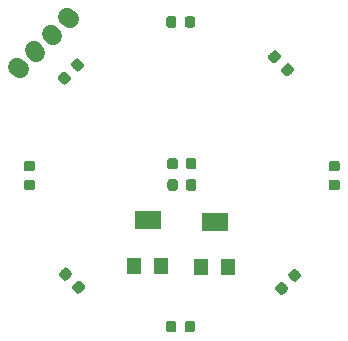
<source format=gbp>
G04 #@! TF.GenerationSoftware,KiCad,Pcbnew,(5.1.2)-1*
G04 #@! TF.CreationDate,2021-01-06T23:16:40+09:00*
G04 #@! TF.ProjectId,ssl,73736c2e-6b69-4636-9164-5f7063625858,v1.3*
G04 #@! TF.SameCoordinates,Original*
G04 #@! TF.FileFunction,Paste,Bot*
G04 #@! TF.FilePolarity,Positive*
%FSLAX46Y46*%
G04 Gerber Fmt 4.6, Leading zero omitted, Abs format (unit mm)*
G04 Created by KiCad (PCBNEW (5.1.2)-1) date 2021-01-06 23:16:40*
%MOMM*%
%LPD*%
G04 APERTURE LIST*
%ADD10R,1.297940X1.399540*%
%ADD11R,2.298700X1.498600*%
%ADD12C,1.524000*%
%ADD13C,1.524000*%
%ADD14C,0.100000*%
%ADD15C,0.875000*%
G04 APERTURE END LIST*
D10*
X98348080Y-107649780D03*
D11*
X97200000Y-103801680D03*
D10*
X96051920Y-107649780D03*
D12*
X90514241Y-86685759D03*
D13*
X90416660Y-86588178D02*
X90611822Y-86783340D01*
D12*
X89100027Y-88099973D03*
D13*
X89002446Y-88002392D02*
X89197608Y-88197554D01*
D12*
X87685814Y-89514186D03*
D13*
X87588233Y-89416605D02*
X87783395Y-89611767D01*
D12*
X86271600Y-90928400D03*
D13*
X86174019Y-90830819D02*
X86369181Y-91025981D01*
D14*
G36*
X90138077Y-91203274D02*
G01*
X90159312Y-91206424D01*
X90180136Y-91211640D01*
X90200348Y-91218872D01*
X90219754Y-91228051D01*
X90238167Y-91239087D01*
X90255410Y-91251875D01*
X90271316Y-91266291D01*
X90633709Y-91628684D01*
X90648125Y-91644590D01*
X90660913Y-91661833D01*
X90671949Y-91680246D01*
X90681128Y-91699652D01*
X90688360Y-91719864D01*
X90693576Y-91740688D01*
X90696726Y-91761923D01*
X90697779Y-91783364D01*
X90696726Y-91804805D01*
X90693576Y-91826040D01*
X90688360Y-91846864D01*
X90681128Y-91867076D01*
X90671949Y-91886482D01*
X90660913Y-91904895D01*
X90648125Y-91922138D01*
X90633709Y-91938044D01*
X90324350Y-92247403D01*
X90308444Y-92261819D01*
X90291201Y-92274607D01*
X90272788Y-92285643D01*
X90253382Y-92294822D01*
X90233170Y-92302054D01*
X90212346Y-92307270D01*
X90191111Y-92310420D01*
X90169670Y-92311473D01*
X90148229Y-92310420D01*
X90126994Y-92307270D01*
X90106170Y-92302054D01*
X90085958Y-92294822D01*
X90066552Y-92285643D01*
X90048139Y-92274607D01*
X90030896Y-92261819D01*
X90014990Y-92247403D01*
X89652597Y-91885010D01*
X89638181Y-91869104D01*
X89625393Y-91851861D01*
X89614357Y-91833448D01*
X89605178Y-91814042D01*
X89597946Y-91793830D01*
X89592730Y-91773006D01*
X89589580Y-91751771D01*
X89588527Y-91730330D01*
X89589580Y-91708889D01*
X89592730Y-91687654D01*
X89597946Y-91666830D01*
X89605178Y-91646618D01*
X89614357Y-91627212D01*
X89625393Y-91608799D01*
X89638181Y-91591556D01*
X89652597Y-91575650D01*
X89961956Y-91266291D01*
X89977862Y-91251875D01*
X89995105Y-91239087D01*
X90013518Y-91228051D01*
X90032924Y-91218872D01*
X90053136Y-91211640D01*
X90073960Y-91206424D01*
X90095195Y-91203274D01*
X90116636Y-91202221D01*
X90138077Y-91203274D01*
X90138077Y-91203274D01*
G37*
D15*
X90143153Y-91756847D03*
D14*
G36*
X91251771Y-90089580D02*
G01*
X91273006Y-90092730D01*
X91293830Y-90097946D01*
X91314042Y-90105178D01*
X91333448Y-90114357D01*
X91351861Y-90125393D01*
X91369104Y-90138181D01*
X91385010Y-90152597D01*
X91747403Y-90514990D01*
X91761819Y-90530896D01*
X91774607Y-90548139D01*
X91785643Y-90566552D01*
X91794822Y-90585958D01*
X91802054Y-90606170D01*
X91807270Y-90626994D01*
X91810420Y-90648229D01*
X91811473Y-90669670D01*
X91810420Y-90691111D01*
X91807270Y-90712346D01*
X91802054Y-90733170D01*
X91794822Y-90753382D01*
X91785643Y-90772788D01*
X91774607Y-90791201D01*
X91761819Y-90808444D01*
X91747403Y-90824350D01*
X91438044Y-91133709D01*
X91422138Y-91148125D01*
X91404895Y-91160913D01*
X91386482Y-91171949D01*
X91367076Y-91181128D01*
X91346864Y-91188360D01*
X91326040Y-91193576D01*
X91304805Y-91196726D01*
X91283364Y-91197779D01*
X91261923Y-91196726D01*
X91240688Y-91193576D01*
X91219864Y-91188360D01*
X91199652Y-91181128D01*
X91180246Y-91171949D01*
X91161833Y-91160913D01*
X91144590Y-91148125D01*
X91128684Y-91133709D01*
X90766291Y-90771316D01*
X90751875Y-90755410D01*
X90739087Y-90738167D01*
X90728051Y-90719754D01*
X90718872Y-90700348D01*
X90711640Y-90680136D01*
X90706424Y-90659312D01*
X90703274Y-90638077D01*
X90702221Y-90616636D01*
X90703274Y-90595195D01*
X90706424Y-90573960D01*
X90711640Y-90553136D01*
X90718872Y-90532924D01*
X90728051Y-90513518D01*
X90739087Y-90495105D01*
X90751875Y-90477862D01*
X90766291Y-90461956D01*
X91075650Y-90152597D01*
X91091556Y-90138181D01*
X91108799Y-90125393D01*
X91127212Y-90114357D01*
X91146618Y-90105178D01*
X91166830Y-90097946D01*
X91187654Y-90092730D01*
X91208889Y-90089580D01*
X91230330Y-90088527D01*
X91251771Y-90089580D01*
X91251771Y-90089580D01*
G37*
D15*
X91256847Y-90643153D03*
D14*
G36*
X87477691Y-100351053D02*
G01*
X87498926Y-100354203D01*
X87519750Y-100359419D01*
X87539962Y-100366651D01*
X87559368Y-100375830D01*
X87577781Y-100386866D01*
X87595024Y-100399654D01*
X87610930Y-100414070D01*
X87625346Y-100429976D01*
X87638134Y-100447219D01*
X87649170Y-100465632D01*
X87658349Y-100485038D01*
X87665581Y-100505250D01*
X87670797Y-100526074D01*
X87673947Y-100547309D01*
X87675000Y-100568750D01*
X87675000Y-101006250D01*
X87673947Y-101027691D01*
X87670797Y-101048926D01*
X87665581Y-101069750D01*
X87658349Y-101089962D01*
X87649170Y-101109368D01*
X87638134Y-101127781D01*
X87625346Y-101145024D01*
X87610930Y-101160930D01*
X87595024Y-101175346D01*
X87577781Y-101188134D01*
X87559368Y-101199170D01*
X87539962Y-101208349D01*
X87519750Y-101215581D01*
X87498926Y-101220797D01*
X87477691Y-101223947D01*
X87456250Y-101225000D01*
X86943750Y-101225000D01*
X86922309Y-101223947D01*
X86901074Y-101220797D01*
X86880250Y-101215581D01*
X86860038Y-101208349D01*
X86840632Y-101199170D01*
X86822219Y-101188134D01*
X86804976Y-101175346D01*
X86789070Y-101160930D01*
X86774654Y-101145024D01*
X86761866Y-101127781D01*
X86750830Y-101109368D01*
X86741651Y-101089962D01*
X86734419Y-101069750D01*
X86729203Y-101048926D01*
X86726053Y-101027691D01*
X86725000Y-101006250D01*
X86725000Y-100568750D01*
X86726053Y-100547309D01*
X86729203Y-100526074D01*
X86734419Y-100505250D01*
X86741651Y-100485038D01*
X86750830Y-100465632D01*
X86761866Y-100447219D01*
X86774654Y-100429976D01*
X86789070Y-100414070D01*
X86804976Y-100399654D01*
X86822219Y-100386866D01*
X86840632Y-100375830D01*
X86860038Y-100366651D01*
X86880250Y-100359419D01*
X86901074Y-100354203D01*
X86922309Y-100351053D01*
X86943750Y-100350000D01*
X87456250Y-100350000D01*
X87477691Y-100351053D01*
X87477691Y-100351053D01*
G37*
D15*
X87200000Y-100787500D03*
D14*
G36*
X87477691Y-98776053D02*
G01*
X87498926Y-98779203D01*
X87519750Y-98784419D01*
X87539962Y-98791651D01*
X87559368Y-98800830D01*
X87577781Y-98811866D01*
X87595024Y-98824654D01*
X87610930Y-98839070D01*
X87625346Y-98854976D01*
X87638134Y-98872219D01*
X87649170Y-98890632D01*
X87658349Y-98910038D01*
X87665581Y-98930250D01*
X87670797Y-98951074D01*
X87673947Y-98972309D01*
X87675000Y-98993750D01*
X87675000Y-99431250D01*
X87673947Y-99452691D01*
X87670797Y-99473926D01*
X87665581Y-99494750D01*
X87658349Y-99514962D01*
X87649170Y-99534368D01*
X87638134Y-99552781D01*
X87625346Y-99570024D01*
X87610930Y-99585930D01*
X87595024Y-99600346D01*
X87577781Y-99613134D01*
X87559368Y-99624170D01*
X87539962Y-99633349D01*
X87519750Y-99640581D01*
X87498926Y-99645797D01*
X87477691Y-99648947D01*
X87456250Y-99650000D01*
X86943750Y-99650000D01*
X86922309Y-99648947D01*
X86901074Y-99645797D01*
X86880250Y-99640581D01*
X86860038Y-99633349D01*
X86840632Y-99624170D01*
X86822219Y-99613134D01*
X86804976Y-99600346D01*
X86789070Y-99585930D01*
X86774654Y-99570024D01*
X86761866Y-99552781D01*
X86750830Y-99534368D01*
X86741651Y-99514962D01*
X86734419Y-99494750D01*
X86729203Y-99473926D01*
X86726053Y-99452691D01*
X86725000Y-99431250D01*
X86725000Y-98993750D01*
X86726053Y-98972309D01*
X86729203Y-98951074D01*
X86734419Y-98930250D01*
X86741651Y-98910038D01*
X86750830Y-98890632D01*
X86761866Y-98872219D01*
X86774654Y-98854976D01*
X86789070Y-98839070D01*
X86804976Y-98824654D01*
X86822219Y-98811866D01*
X86840632Y-98800830D01*
X86860038Y-98791651D01*
X86880250Y-98784419D01*
X86901074Y-98779203D01*
X86922309Y-98776053D01*
X86943750Y-98775000D01*
X87456250Y-98775000D01*
X87477691Y-98776053D01*
X87477691Y-98776053D01*
G37*
D15*
X87200000Y-99212500D03*
D14*
G36*
X91404805Y-108903274D02*
G01*
X91426040Y-108906424D01*
X91446864Y-108911640D01*
X91467076Y-108918872D01*
X91486482Y-108928051D01*
X91504895Y-108939087D01*
X91522138Y-108951875D01*
X91538044Y-108966291D01*
X91847403Y-109275650D01*
X91861819Y-109291556D01*
X91874607Y-109308799D01*
X91885643Y-109327212D01*
X91894822Y-109346618D01*
X91902054Y-109366830D01*
X91907270Y-109387654D01*
X91910420Y-109408889D01*
X91911473Y-109430330D01*
X91910420Y-109451771D01*
X91907270Y-109473006D01*
X91902054Y-109493830D01*
X91894822Y-109514042D01*
X91885643Y-109533448D01*
X91874607Y-109551861D01*
X91861819Y-109569104D01*
X91847403Y-109585010D01*
X91485010Y-109947403D01*
X91469104Y-109961819D01*
X91451861Y-109974607D01*
X91433448Y-109985643D01*
X91414042Y-109994822D01*
X91393830Y-110002054D01*
X91373006Y-110007270D01*
X91351771Y-110010420D01*
X91330330Y-110011473D01*
X91308889Y-110010420D01*
X91287654Y-110007270D01*
X91266830Y-110002054D01*
X91246618Y-109994822D01*
X91227212Y-109985643D01*
X91208799Y-109974607D01*
X91191556Y-109961819D01*
X91175650Y-109947403D01*
X90866291Y-109638044D01*
X90851875Y-109622138D01*
X90839087Y-109604895D01*
X90828051Y-109586482D01*
X90818872Y-109567076D01*
X90811640Y-109546864D01*
X90806424Y-109526040D01*
X90803274Y-109504805D01*
X90802221Y-109483364D01*
X90803274Y-109461923D01*
X90806424Y-109440688D01*
X90811640Y-109419864D01*
X90818872Y-109399652D01*
X90828051Y-109380246D01*
X90839087Y-109361833D01*
X90851875Y-109344590D01*
X90866291Y-109328684D01*
X91228684Y-108966291D01*
X91244590Y-108951875D01*
X91261833Y-108939087D01*
X91280246Y-108928051D01*
X91299652Y-108918872D01*
X91319864Y-108911640D01*
X91340688Y-108906424D01*
X91361923Y-108903274D01*
X91383364Y-108902221D01*
X91404805Y-108903274D01*
X91404805Y-108903274D01*
G37*
D15*
X91356847Y-109456847D03*
D14*
G36*
X90291111Y-107789580D02*
G01*
X90312346Y-107792730D01*
X90333170Y-107797946D01*
X90353382Y-107805178D01*
X90372788Y-107814357D01*
X90391201Y-107825393D01*
X90408444Y-107838181D01*
X90424350Y-107852597D01*
X90733709Y-108161956D01*
X90748125Y-108177862D01*
X90760913Y-108195105D01*
X90771949Y-108213518D01*
X90781128Y-108232924D01*
X90788360Y-108253136D01*
X90793576Y-108273960D01*
X90796726Y-108295195D01*
X90797779Y-108316636D01*
X90796726Y-108338077D01*
X90793576Y-108359312D01*
X90788360Y-108380136D01*
X90781128Y-108400348D01*
X90771949Y-108419754D01*
X90760913Y-108438167D01*
X90748125Y-108455410D01*
X90733709Y-108471316D01*
X90371316Y-108833709D01*
X90355410Y-108848125D01*
X90338167Y-108860913D01*
X90319754Y-108871949D01*
X90300348Y-108881128D01*
X90280136Y-108888360D01*
X90259312Y-108893576D01*
X90238077Y-108896726D01*
X90216636Y-108897779D01*
X90195195Y-108896726D01*
X90173960Y-108893576D01*
X90153136Y-108888360D01*
X90132924Y-108881128D01*
X90113518Y-108871949D01*
X90095105Y-108860913D01*
X90077862Y-108848125D01*
X90061956Y-108833709D01*
X89752597Y-108524350D01*
X89738181Y-108508444D01*
X89725393Y-108491201D01*
X89714357Y-108472788D01*
X89705178Y-108453382D01*
X89697946Y-108433170D01*
X89692730Y-108412346D01*
X89689580Y-108391111D01*
X89688527Y-108369670D01*
X89689580Y-108348229D01*
X89692730Y-108326994D01*
X89697946Y-108306170D01*
X89705178Y-108285958D01*
X89714357Y-108266552D01*
X89725393Y-108248139D01*
X89738181Y-108230896D01*
X89752597Y-108214990D01*
X90114990Y-107852597D01*
X90130896Y-107838181D01*
X90148139Y-107825393D01*
X90166552Y-107814357D01*
X90185958Y-107805178D01*
X90206170Y-107797946D01*
X90226994Y-107792730D01*
X90248229Y-107789580D01*
X90269670Y-107788527D01*
X90291111Y-107789580D01*
X90291111Y-107789580D01*
G37*
D15*
X90243153Y-108343153D03*
D14*
G36*
X101027691Y-112326053D02*
G01*
X101048926Y-112329203D01*
X101069750Y-112334419D01*
X101089962Y-112341651D01*
X101109368Y-112350830D01*
X101127781Y-112361866D01*
X101145024Y-112374654D01*
X101160930Y-112389070D01*
X101175346Y-112404976D01*
X101188134Y-112422219D01*
X101199170Y-112440632D01*
X101208349Y-112460038D01*
X101215581Y-112480250D01*
X101220797Y-112501074D01*
X101223947Y-112522309D01*
X101225000Y-112543750D01*
X101225000Y-113056250D01*
X101223947Y-113077691D01*
X101220797Y-113098926D01*
X101215581Y-113119750D01*
X101208349Y-113139962D01*
X101199170Y-113159368D01*
X101188134Y-113177781D01*
X101175346Y-113195024D01*
X101160930Y-113210930D01*
X101145024Y-113225346D01*
X101127781Y-113238134D01*
X101109368Y-113249170D01*
X101089962Y-113258349D01*
X101069750Y-113265581D01*
X101048926Y-113270797D01*
X101027691Y-113273947D01*
X101006250Y-113275000D01*
X100568750Y-113275000D01*
X100547309Y-113273947D01*
X100526074Y-113270797D01*
X100505250Y-113265581D01*
X100485038Y-113258349D01*
X100465632Y-113249170D01*
X100447219Y-113238134D01*
X100429976Y-113225346D01*
X100414070Y-113210930D01*
X100399654Y-113195024D01*
X100386866Y-113177781D01*
X100375830Y-113159368D01*
X100366651Y-113139962D01*
X100359419Y-113119750D01*
X100354203Y-113098926D01*
X100351053Y-113077691D01*
X100350000Y-113056250D01*
X100350000Y-112543750D01*
X100351053Y-112522309D01*
X100354203Y-112501074D01*
X100359419Y-112480250D01*
X100366651Y-112460038D01*
X100375830Y-112440632D01*
X100386866Y-112422219D01*
X100399654Y-112404976D01*
X100414070Y-112389070D01*
X100429976Y-112374654D01*
X100447219Y-112361866D01*
X100465632Y-112350830D01*
X100485038Y-112341651D01*
X100505250Y-112334419D01*
X100526074Y-112329203D01*
X100547309Y-112326053D01*
X100568750Y-112325000D01*
X101006250Y-112325000D01*
X101027691Y-112326053D01*
X101027691Y-112326053D01*
G37*
D15*
X100787500Y-112800000D03*
D14*
G36*
X99452691Y-112326053D02*
G01*
X99473926Y-112329203D01*
X99494750Y-112334419D01*
X99514962Y-112341651D01*
X99534368Y-112350830D01*
X99552781Y-112361866D01*
X99570024Y-112374654D01*
X99585930Y-112389070D01*
X99600346Y-112404976D01*
X99613134Y-112422219D01*
X99624170Y-112440632D01*
X99633349Y-112460038D01*
X99640581Y-112480250D01*
X99645797Y-112501074D01*
X99648947Y-112522309D01*
X99650000Y-112543750D01*
X99650000Y-113056250D01*
X99648947Y-113077691D01*
X99645797Y-113098926D01*
X99640581Y-113119750D01*
X99633349Y-113139962D01*
X99624170Y-113159368D01*
X99613134Y-113177781D01*
X99600346Y-113195024D01*
X99585930Y-113210930D01*
X99570024Y-113225346D01*
X99552781Y-113238134D01*
X99534368Y-113249170D01*
X99514962Y-113258349D01*
X99494750Y-113265581D01*
X99473926Y-113270797D01*
X99452691Y-113273947D01*
X99431250Y-113275000D01*
X98993750Y-113275000D01*
X98972309Y-113273947D01*
X98951074Y-113270797D01*
X98930250Y-113265581D01*
X98910038Y-113258349D01*
X98890632Y-113249170D01*
X98872219Y-113238134D01*
X98854976Y-113225346D01*
X98839070Y-113210930D01*
X98824654Y-113195024D01*
X98811866Y-113177781D01*
X98800830Y-113159368D01*
X98791651Y-113139962D01*
X98784419Y-113119750D01*
X98779203Y-113098926D01*
X98776053Y-113077691D01*
X98775000Y-113056250D01*
X98775000Y-112543750D01*
X98776053Y-112522309D01*
X98779203Y-112501074D01*
X98784419Y-112480250D01*
X98791651Y-112460038D01*
X98800830Y-112440632D01*
X98811866Y-112422219D01*
X98824654Y-112404976D01*
X98839070Y-112389070D01*
X98854976Y-112374654D01*
X98872219Y-112361866D01*
X98890632Y-112350830D01*
X98910038Y-112341651D01*
X98930250Y-112334419D01*
X98951074Y-112329203D01*
X98972309Y-112326053D01*
X98993750Y-112325000D01*
X99431250Y-112325000D01*
X99452691Y-112326053D01*
X99452691Y-112326053D01*
G37*
D15*
X99212500Y-112800000D03*
D14*
G36*
X109651771Y-107889580D02*
G01*
X109673006Y-107892730D01*
X109693830Y-107897946D01*
X109714042Y-107905178D01*
X109733448Y-107914357D01*
X109751861Y-107925393D01*
X109769104Y-107938181D01*
X109785010Y-107952597D01*
X110147403Y-108314990D01*
X110161819Y-108330896D01*
X110174607Y-108348139D01*
X110185643Y-108366552D01*
X110194822Y-108385958D01*
X110202054Y-108406170D01*
X110207270Y-108426994D01*
X110210420Y-108448229D01*
X110211473Y-108469670D01*
X110210420Y-108491111D01*
X110207270Y-108512346D01*
X110202054Y-108533170D01*
X110194822Y-108553382D01*
X110185643Y-108572788D01*
X110174607Y-108591201D01*
X110161819Y-108608444D01*
X110147403Y-108624350D01*
X109838044Y-108933709D01*
X109822138Y-108948125D01*
X109804895Y-108960913D01*
X109786482Y-108971949D01*
X109767076Y-108981128D01*
X109746864Y-108988360D01*
X109726040Y-108993576D01*
X109704805Y-108996726D01*
X109683364Y-108997779D01*
X109661923Y-108996726D01*
X109640688Y-108993576D01*
X109619864Y-108988360D01*
X109599652Y-108981128D01*
X109580246Y-108971949D01*
X109561833Y-108960913D01*
X109544590Y-108948125D01*
X109528684Y-108933709D01*
X109166291Y-108571316D01*
X109151875Y-108555410D01*
X109139087Y-108538167D01*
X109128051Y-108519754D01*
X109118872Y-108500348D01*
X109111640Y-108480136D01*
X109106424Y-108459312D01*
X109103274Y-108438077D01*
X109102221Y-108416636D01*
X109103274Y-108395195D01*
X109106424Y-108373960D01*
X109111640Y-108353136D01*
X109118872Y-108332924D01*
X109128051Y-108313518D01*
X109139087Y-108295105D01*
X109151875Y-108277862D01*
X109166291Y-108261956D01*
X109475650Y-107952597D01*
X109491556Y-107938181D01*
X109508799Y-107925393D01*
X109527212Y-107914357D01*
X109546618Y-107905178D01*
X109566830Y-107897946D01*
X109587654Y-107892730D01*
X109608889Y-107889580D01*
X109630330Y-107888527D01*
X109651771Y-107889580D01*
X109651771Y-107889580D01*
G37*
D15*
X109656847Y-108443153D03*
D14*
G36*
X108538077Y-109003274D02*
G01*
X108559312Y-109006424D01*
X108580136Y-109011640D01*
X108600348Y-109018872D01*
X108619754Y-109028051D01*
X108638167Y-109039087D01*
X108655410Y-109051875D01*
X108671316Y-109066291D01*
X109033709Y-109428684D01*
X109048125Y-109444590D01*
X109060913Y-109461833D01*
X109071949Y-109480246D01*
X109081128Y-109499652D01*
X109088360Y-109519864D01*
X109093576Y-109540688D01*
X109096726Y-109561923D01*
X109097779Y-109583364D01*
X109096726Y-109604805D01*
X109093576Y-109626040D01*
X109088360Y-109646864D01*
X109081128Y-109667076D01*
X109071949Y-109686482D01*
X109060913Y-109704895D01*
X109048125Y-109722138D01*
X109033709Y-109738044D01*
X108724350Y-110047403D01*
X108708444Y-110061819D01*
X108691201Y-110074607D01*
X108672788Y-110085643D01*
X108653382Y-110094822D01*
X108633170Y-110102054D01*
X108612346Y-110107270D01*
X108591111Y-110110420D01*
X108569670Y-110111473D01*
X108548229Y-110110420D01*
X108526994Y-110107270D01*
X108506170Y-110102054D01*
X108485958Y-110094822D01*
X108466552Y-110085643D01*
X108448139Y-110074607D01*
X108430896Y-110061819D01*
X108414990Y-110047403D01*
X108052597Y-109685010D01*
X108038181Y-109669104D01*
X108025393Y-109651861D01*
X108014357Y-109633448D01*
X108005178Y-109614042D01*
X107997946Y-109593830D01*
X107992730Y-109573006D01*
X107989580Y-109551771D01*
X107988527Y-109530330D01*
X107989580Y-109508889D01*
X107992730Y-109487654D01*
X107997946Y-109466830D01*
X108005178Y-109446618D01*
X108014357Y-109427212D01*
X108025393Y-109408799D01*
X108038181Y-109391556D01*
X108052597Y-109375650D01*
X108361956Y-109066291D01*
X108377862Y-109051875D01*
X108395105Y-109039087D01*
X108413518Y-109028051D01*
X108432924Y-109018872D01*
X108453136Y-109011640D01*
X108473960Y-109006424D01*
X108495195Y-109003274D01*
X108516636Y-109002221D01*
X108538077Y-109003274D01*
X108538077Y-109003274D01*
G37*
D15*
X108543153Y-109556847D03*
D14*
G36*
X113277691Y-98776053D02*
G01*
X113298926Y-98779203D01*
X113319750Y-98784419D01*
X113339962Y-98791651D01*
X113359368Y-98800830D01*
X113377781Y-98811866D01*
X113395024Y-98824654D01*
X113410930Y-98839070D01*
X113425346Y-98854976D01*
X113438134Y-98872219D01*
X113449170Y-98890632D01*
X113458349Y-98910038D01*
X113465581Y-98930250D01*
X113470797Y-98951074D01*
X113473947Y-98972309D01*
X113475000Y-98993750D01*
X113475000Y-99431250D01*
X113473947Y-99452691D01*
X113470797Y-99473926D01*
X113465581Y-99494750D01*
X113458349Y-99514962D01*
X113449170Y-99534368D01*
X113438134Y-99552781D01*
X113425346Y-99570024D01*
X113410930Y-99585930D01*
X113395024Y-99600346D01*
X113377781Y-99613134D01*
X113359368Y-99624170D01*
X113339962Y-99633349D01*
X113319750Y-99640581D01*
X113298926Y-99645797D01*
X113277691Y-99648947D01*
X113256250Y-99650000D01*
X112743750Y-99650000D01*
X112722309Y-99648947D01*
X112701074Y-99645797D01*
X112680250Y-99640581D01*
X112660038Y-99633349D01*
X112640632Y-99624170D01*
X112622219Y-99613134D01*
X112604976Y-99600346D01*
X112589070Y-99585930D01*
X112574654Y-99570024D01*
X112561866Y-99552781D01*
X112550830Y-99534368D01*
X112541651Y-99514962D01*
X112534419Y-99494750D01*
X112529203Y-99473926D01*
X112526053Y-99452691D01*
X112525000Y-99431250D01*
X112525000Y-98993750D01*
X112526053Y-98972309D01*
X112529203Y-98951074D01*
X112534419Y-98930250D01*
X112541651Y-98910038D01*
X112550830Y-98890632D01*
X112561866Y-98872219D01*
X112574654Y-98854976D01*
X112589070Y-98839070D01*
X112604976Y-98824654D01*
X112622219Y-98811866D01*
X112640632Y-98800830D01*
X112660038Y-98791651D01*
X112680250Y-98784419D01*
X112701074Y-98779203D01*
X112722309Y-98776053D01*
X112743750Y-98775000D01*
X113256250Y-98775000D01*
X113277691Y-98776053D01*
X113277691Y-98776053D01*
G37*
D15*
X113000000Y-99212500D03*
D14*
G36*
X113277691Y-100351053D02*
G01*
X113298926Y-100354203D01*
X113319750Y-100359419D01*
X113339962Y-100366651D01*
X113359368Y-100375830D01*
X113377781Y-100386866D01*
X113395024Y-100399654D01*
X113410930Y-100414070D01*
X113425346Y-100429976D01*
X113438134Y-100447219D01*
X113449170Y-100465632D01*
X113458349Y-100485038D01*
X113465581Y-100505250D01*
X113470797Y-100526074D01*
X113473947Y-100547309D01*
X113475000Y-100568750D01*
X113475000Y-101006250D01*
X113473947Y-101027691D01*
X113470797Y-101048926D01*
X113465581Y-101069750D01*
X113458349Y-101089962D01*
X113449170Y-101109368D01*
X113438134Y-101127781D01*
X113425346Y-101145024D01*
X113410930Y-101160930D01*
X113395024Y-101175346D01*
X113377781Y-101188134D01*
X113359368Y-101199170D01*
X113339962Y-101208349D01*
X113319750Y-101215581D01*
X113298926Y-101220797D01*
X113277691Y-101223947D01*
X113256250Y-101225000D01*
X112743750Y-101225000D01*
X112722309Y-101223947D01*
X112701074Y-101220797D01*
X112680250Y-101215581D01*
X112660038Y-101208349D01*
X112640632Y-101199170D01*
X112622219Y-101188134D01*
X112604976Y-101175346D01*
X112589070Y-101160930D01*
X112574654Y-101145024D01*
X112561866Y-101127781D01*
X112550830Y-101109368D01*
X112541651Y-101089962D01*
X112534419Y-101069750D01*
X112529203Y-101048926D01*
X112526053Y-101027691D01*
X112525000Y-101006250D01*
X112525000Y-100568750D01*
X112526053Y-100547309D01*
X112529203Y-100526074D01*
X112534419Y-100505250D01*
X112541651Y-100485038D01*
X112550830Y-100465632D01*
X112561866Y-100447219D01*
X112574654Y-100429976D01*
X112589070Y-100414070D01*
X112604976Y-100399654D01*
X112622219Y-100386866D01*
X112640632Y-100375830D01*
X112660038Y-100366651D01*
X112680250Y-100359419D01*
X112701074Y-100354203D01*
X112722309Y-100351053D01*
X112743750Y-100350000D01*
X113256250Y-100350000D01*
X113277691Y-100351053D01*
X113277691Y-100351053D01*
G37*
D15*
X113000000Y-100787500D03*
D14*
G36*
X107991111Y-89389580D02*
G01*
X108012346Y-89392730D01*
X108033170Y-89397946D01*
X108053382Y-89405178D01*
X108072788Y-89414357D01*
X108091201Y-89425393D01*
X108108444Y-89438181D01*
X108124350Y-89452597D01*
X108433709Y-89761956D01*
X108448125Y-89777862D01*
X108460913Y-89795105D01*
X108471949Y-89813518D01*
X108481128Y-89832924D01*
X108488360Y-89853136D01*
X108493576Y-89873960D01*
X108496726Y-89895195D01*
X108497779Y-89916636D01*
X108496726Y-89938077D01*
X108493576Y-89959312D01*
X108488360Y-89980136D01*
X108481128Y-90000348D01*
X108471949Y-90019754D01*
X108460913Y-90038167D01*
X108448125Y-90055410D01*
X108433709Y-90071316D01*
X108071316Y-90433709D01*
X108055410Y-90448125D01*
X108038167Y-90460913D01*
X108019754Y-90471949D01*
X108000348Y-90481128D01*
X107980136Y-90488360D01*
X107959312Y-90493576D01*
X107938077Y-90496726D01*
X107916636Y-90497779D01*
X107895195Y-90496726D01*
X107873960Y-90493576D01*
X107853136Y-90488360D01*
X107832924Y-90481128D01*
X107813518Y-90471949D01*
X107795105Y-90460913D01*
X107777862Y-90448125D01*
X107761956Y-90433709D01*
X107452597Y-90124350D01*
X107438181Y-90108444D01*
X107425393Y-90091201D01*
X107414357Y-90072788D01*
X107405178Y-90053382D01*
X107397946Y-90033170D01*
X107392730Y-90012346D01*
X107389580Y-89991111D01*
X107388527Y-89969670D01*
X107389580Y-89948229D01*
X107392730Y-89926994D01*
X107397946Y-89906170D01*
X107405178Y-89885958D01*
X107414357Y-89866552D01*
X107425393Y-89848139D01*
X107438181Y-89830896D01*
X107452597Y-89814990D01*
X107814990Y-89452597D01*
X107830896Y-89438181D01*
X107848139Y-89425393D01*
X107866552Y-89414357D01*
X107885958Y-89405178D01*
X107906170Y-89397946D01*
X107926994Y-89392730D01*
X107948229Y-89389580D01*
X107969670Y-89388527D01*
X107991111Y-89389580D01*
X107991111Y-89389580D01*
G37*
D15*
X107943153Y-89943153D03*
D14*
G36*
X109104805Y-90503274D02*
G01*
X109126040Y-90506424D01*
X109146864Y-90511640D01*
X109167076Y-90518872D01*
X109186482Y-90528051D01*
X109204895Y-90539087D01*
X109222138Y-90551875D01*
X109238044Y-90566291D01*
X109547403Y-90875650D01*
X109561819Y-90891556D01*
X109574607Y-90908799D01*
X109585643Y-90927212D01*
X109594822Y-90946618D01*
X109602054Y-90966830D01*
X109607270Y-90987654D01*
X109610420Y-91008889D01*
X109611473Y-91030330D01*
X109610420Y-91051771D01*
X109607270Y-91073006D01*
X109602054Y-91093830D01*
X109594822Y-91114042D01*
X109585643Y-91133448D01*
X109574607Y-91151861D01*
X109561819Y-91169104D01*
X109547403Y-91185010D01*
X109185010Y-91547403D01*
X109169104Y-91561819D01*
X109151861Y-91574607D01*
X109133448Y-91585643D01*
X109114042Y-91594822D01*
X109093830Y-91602054D01*
X109073006Y-91607270D01*
X109051771Y-91610420D01*
X109030330Y-91611473D01*
X109008889Y-91610420D01*
X108987654Y-91607270D01*
X108966830Y-91602054D01*
X108946618Y-91594822D01*
X108927212Y-91585643D01*
X108908799Y-91574607D01*
X108891556Y-91561819D01*
X108875650Y-91547403D01*
X108566291Y-91238044D01*
X108551875Y-91222138D01*
X108539087Y-91204895D01*
X108528051Y-91186482D01*
X108518872Y-91167076D01*
X108511640Y-91146864D01*
X108506424Y-91126040D01*
X108503274Y-91104805D01*
X108502221Y-91083364D01*
X108503274Y-91061923D01*
X108506424Y-91040688D01*
X108511640Y-91019864D01*
X108518872Y-90999652D01*
X108528051Y-90980246D01*
X108539087Y-90961833D01*
X108551875Y-90944590D01*
X108566291Y-90928684D01*
X108928684Y-90566291D01*
X108944590Y-90551875D01*
X108961833Y-90539087D01*
X108980246Y-90528051D01*
X108999652Y-90518872D01*
X109019864Y-90511640D01*
X109040688Y-90506424D01*
X109061923Y-90503274D01*
X109083364Y-90502221D01*
X109104805Y-90503274D01*
X109104805Y-90503274D01*
G37*
D15*
X109056847Y-91056847D03*
D14*
G36*
X99452691Y-86526053D02*
G01*
X99473926Y-86529203D01*
X99494750Y-86534419D01*
X99514962Y-86541651D01*
X99534368Y-86550830D01*
X99552781Y-86561866D01*
X99570024Y-86574654D01*
X99585930Y-86589070D01*
X99600346Y-86604976D01*
X99613134Y-86622219D01*
X99624170Y-86640632D01*
X99633349Y-86660038D01*
X99640581Y-86680250D01*
X99645797Y-86701074D01*
X99648947Y-86722309D01*
X99650000Y-86743750D01*
X99650000Y-87256250D01*
X99648947Y-87277691D01*
X99645797Y-87298926D01*
X99640581Y-87319750D01*
X99633349Y-87339962D01*
X99624170Y-87359368D01*
X99613134Y-87377781D01*
X99600346Y-87395024D01*
X99585930Y-87410930D01*
X99570024Y-87425346D01*
X99552781Y-87438134D01*
X99534368Y-87449170D01*
X99514962Y-87458349D01*
X99494750Y-87465581D01*
X99473926Y-87470797D01*
X99452691Y-87473947D01*
X99431250Y-87475000D01*
X98993750Y-87475000D01*
X98972309Y-87473947D01*
X98951074Y-87470797D01*
X98930250Y-87465581D01*
X98910038Y-87458349D01*
X98890632Y-87449170D01*
X98872219Y-87438134D01*
X98854976Y-87425346D01*
X98839070Y-87410930D01*
X98824654Y-87395024D01*
X98811866Y-87377781D01*
X98800830Y-87359368D01*
X98791651Y-87339962D01*
X98784419Y-87319750D01*
X98779203Y-87298926D01*
X98776053Y-87277691D01*
X98775000Y-87256250D01*
X98775000Y-86743750D01*
X98776053Y-86722309D01*
X98779203Y-86701074D01*
X98784419Y-86680250D01*
X98791651Y-86660038D01*
X98800830Y-86640632D01*
X98811866Y-86622219D01*
X98824654Y-86604976D01*
X98839070Y-86589070D01*
X98854976Y-86574654D01*
X98872219Y-86561866D01*
X98890632Y-86550830D01*
X98910038Y-86541651D01*
X98930250Y-86534419D01*
X98951074Y-86529203D01*
X98972309Y-86526053D01*
X98993750Y-86525000D01*
X99431250Y-86525000D01*
X99452691Y-86526053D01*
X99452691Y-86526053D01*
G37*
D15*
X99212500Y-87000000D03*
D14*
G36*
X101027691Y-86526053D02*
G01*
X101048926Y-86529203D01*
X101069750Y-86534419D01*
X101089962Y-86541651D01*
X101109368Y-86550830D01*
X101127781Y-86561866D01*
X101145024Y-86574654D01*
X101160930Y-86589070D01*
X101175346Y-86604976D01*
X101188134Y-86622219D01*
X101199170Y-86640632D01*
X101208349Y-86660038D01*
X101215581Y-86680250D01*
X101220797Y-86701074D01*
X101223947Y-86722309D01*
X101225000Y-86743750D01*
X101225000Y-87256250D01*
X101223947Y-87277691D01*
X101220797Y-87298926D01*
X101215581Y-87319750D01*
X101208349Y-87339962D01*
X101199170Y-87359368D01*
X101188134Y-87377781D01*
X101175346Y-87395024D01*
X101160930Y-87410930D01*
X101145024Y-87425346D01*
X101127781Y-87438134D01*
X101109368Y-87449170D01*
X101089962Y-87458349D01*
X101069750Y-87465581D01*
X101048926Y-87470797D01*
X101027691Y-87473947D01*
X101006250Y-87475000D01*
X100568750Y-87475000D01*
X100547309Y-87473947D01*
X100526074Y-87470797D01*
X100505250Y-87465581D01*
X100485038Y-87458349D01*
X100465632Y-87449170D01*
X100447219Y-87438134D01*
X100429976Y-87425346D01*
X100414070Y-87410930D01*
X100399654Y-87395024D01*
X100386866Y-87377781D01*
X100375830Y-87359368D01*
X100366651Y-87339962D01*
X100359419Y-87319750D01*
X100354203Y-87298926D01*
X100351053Y-87277691D01*
X100350000Y-87256250D01*
X100350000Y-86743750D01*
X100351053Y-86722309D01*
X100354203Y-86701074D01*
X100359419Y-86680250D01*
X100366651Y-86660038D01*
X100375830Y-86640632D01*
X100386866Y-86622219D01*
X100399654Y-86604976D01*
X100414070Y-86589070D01*
X100429976Y-86574654D01*
X100447219Y-86561866D01*
X100465632Y-86550830D01*
X100485038Y-86541651D01*
X100505250Y-86534419D01*
X100526074Y-86529203D01*
X100547309Y-86526053D01*
X100568750Y-86525000D01*
X101006250Y-86525000D01*
X101027691Y-86526053D01*
X101027691Y-86526053D01*
G37*
D15*
X100787500Y-87000000D03*
D10*
X101751920Y-107747780D03*
D11*
X102900000Y-103899680D03*
D10*
X104048080Y-107747780D03*
D14*
G36*
X101127691Y-98526053D02*
G01*
X101148926Y-98529203D01*
X101169750Y-98534419D01*
X101189962Y-98541651D01*
X101209368Y-98550830D01*
X101227781Y-98561866D01*
X101245024Y-98574654D01*
X101260930Y-98589070D01*
X101275346Y-98604976D01*
X101288134Y-98622219D01*
X101299170Y-98640632D01*
X101308349Y-98660038D01*
X101315581Y-98680250D01*
X101320797Y-98701074D01*
X101323947Y-98722309D01*
X101325000Y-98743750D01*
X101325000Y-99256250D01*
X101323947Y-99277691D01*
X101320797Y-99298926D01*
X101315581Y-99319750D01*
X101308349Y-99339962D01*
X101299170Y-99359368D01*
X101288134Y-99377781D01*
X101275346Y-99395024D01*
X101260930Y-99410930D01*
X101245024Y-99425346D01*
X101227781Y-99438134D01*
X101209368Y-99449170D01*
X101189962Y-99458349D01*
X101169750Y-99465581D01*
X101148926Y-99470797D01*
X101127691Y-99473947D01*
X101106250Y-99475000D01*
X100668750Y-99475000D01*
X100647309Y-99473947D01*
X100626074Y-99470797D01*
X100605250Y-99465581D01*
X100585038Y-99458349D01*
X100565632Y-99449170D01*
X100547219Y-99438134D01*
X100529976Y-99425346D01*
X100514070Y-99410930D01*
X100499654Y-99395024D01*
X100486866Y-99377781D01*
X100475830Y-99359368D01*
X100466651Y-99339962D01*
X100459419Y-99319750D01*
X100454203Y-99298926D01*
X100451053Y-99277691D01*
X100450000Y-99256250D01*
X100450000Y-98743750D01*
X100451053Y-98722309D01*
X100454203Y-98701074D01*
X100459419Y-98680250D01*
X100466651Y-98660038D01*
X100475830Y-98640632D01*
X100486866Y-98622219D01*
X100499654Y-98604976D01*
X100514070Y-98589070D01*
X100529976Y-98574654D01*
X100547219Y-98561866D01*
X100565632Y-98550830D01*
X100585038Y-98541651D01*
X100605250Y-98534419D01*
X100626074Y-98529203D01*
X100647309Y-98526053D01*
X100668750Y-98525000D01*
X101106250Y-98525000D01*
X101127691Y-98526053D01*
X101127691Y-98526053D01*
G37*
D15*
X100887500Y-99000000D03*
D14*
G36*
X99552691Y-98526053D02*
G01*
X99573926Y-98529203D01*
X99594750Y-98534419D01*
X99614962Y-98541651D01*
X99634368Y-98550830D01*
X99652781Y-98561866D01*
X99670024Y-98574654D01*
X99685930Y-98589070D01*
X99700346Y-98604976D01*
X99713134Y-98622219D01*
X99724170Y-98640632D01*
X99733349Y-98660038D01*
X99740581Y-98680250D01*
X99745797Y-98701074D01*
X99748947Y-98722309D01*
X99750000Y-98743750D01*
X99750000Y-99256250D01*
X99748947Y-99277691D01*
X99745797Y-99298926D01*
X99740581Y-99319750D01*
X99733349Y-99339962D01*
X99724170Y-99359368D01*
X99713134Y-99377781D01*
X99700346Y-99395024D01*
X99685930Y-99410930D01*
X99670024Y-99425346D01*
X99652781Y-99438134D01*
X99634368Y-99449170D01*
X99614962Y-99458349D01*
X99594750Y-99465581D01*
X99573926Y-99470797D01*
X99552691Y-99473947D01*
X99531250Y-99475000D01*
X99093750Y-99475000D01*
X99072309Y-99473947D01*
X99051074Y-99470797D01*
X99030250Y-99465581D01*
X99010038Y-99458349D01*
X98990632Y-99449170D01*
X98972219Y-99438134D01*
X98954976Y-99425346D01*
X98939070Y-99410930D01*
X98924654Y-99395024D01*
X98911866Y-99377781D01*
X98900830Y-99359368D01*
X98891651Y-99339962D01*
X98884419Y-99319750D01*
X98879203Y-99298926D01*
X98876053Y-99277691D01*
X98875000Y-99256250D01*
X98875000Y-98743750D01*
X98876053Y-98722309D01*
X98879203Y-98701074D01*
X98884419Y-98680250D01*
X98891651Y-98660038D01*
X98900830Y-98640632D01*
X98911866Y-98622219D01*
X98924654Y-98604976D01*
X98939070Y-98589070D01*
X98954976Y-98574654D01*
X98972219Y-98561866D01*
X98990632Y-98550830D01*
X99010038Y-98541651D01*
X99030250Y-98534419D01*
X99051074Y-98529203D01*
X99072309Y-98526053D01*
X99093750Y-98525000D01*
X99531250Y-98525000D01*
X99552691Y-98526053D01*
X99552691Y-98526053D01*
G37*
D15*
X99312500Y-99000000D03*
D14*
G36*
X99564691Y-100326053D02*
G01*
X99585926Y-100329203D01*
X99606750Y-100334419D01*
X99626962Y-100341651D01*
X99646368Y-100350830D01*
X99664781Y-100361866D01*
X99682024Y-100374654D01*
X99697930Y-100389070D01*
X99712346Y-100404976D01*
X99725134Y-100422219D01*
X99736170Y-100440632D01*
X99745349Y-100460038D01*
X99752581Y-100480250D01*
X99757797Y-100501074D01*
X99760947Y-100522309D01*
X99762000Y-100543750D01*
X99762000Y-101056250D01*
X99760947Y-101077691D01*
X99757797Y-101098926D01*
X99752581Y-101119750D01*
X99745349Y-101139962D01*
X99736170Y-101159368D01*
X99725134Y-101177781D01*
X99712346Y-101195024D01*
X99697930Y-101210930D01*
X99682024Y-101225346D01*
X99664781Y-101238134D01*
X99646368Y-101249170D01*
X99626962Y-101258349D01*
X99606750Y-101265581D01*
X99585926Y-101270797D01*
X99564691Y-101273947D01*
X99543250Y-101275000D01*
X99105750Y-101275000D01*
X99084309Y-101273947D01*
X99063074Y-101270797D01*
X99042250Y-101265581D01*
X99022038Y-101258349D01*
X99002632Y-101249170D01*
X98984219Y-101238134D01*
X98966976Y-101225346D01*
X98951070Y-101210930D01*
X98936654Y-101195024D01*
X98923866Y-101177781D01*
X98912830Y-101159368D01*
X98903651Y-101139962D01*
X98896419Y-101119750D01*
X98891203Y-101098926D01*
X98888053Y-101077691D01*
X98887000Y-101056250D01*
X98887000Y-100543750D01*
X98888053Y-100522309D01*
X98891203Y-100501074D01*
X98896419Y-100480250D01*
X98903651Y-100460038D01*
X98912830Y-100440632D01*
X98923866Y-100422219D01*
X98936654Y-100404976D01*
X98951070Y-100389070D01*
X98966976Y-100374654D01*
X98984219Y-100361866D01*
X99002632Y-100350830D01*
X99022038Y-100341651D01*
X99042250Y-100334419D01*
X99063074Y-100329203D01*
X99084309Y-100326053D01*
X99105750Y-100325000D01*
X99543250Y-100325000D01*
X99564691Y-100326053D01*
X99564691Y-100326053D01*
G37*
D15*
X99324500Y-100800000D03*
D14*
G36*
X101139691Y-100326053D02*
G01*
X101160926Y-100329203D01*
X101181750Y-100334419D01*
X101201962Y-100341651D01*
X101221368Y-100350830D01*
X101239781Y-100361866D01*
X101257024Y-100374654D01*
X101272930Y-100389070D01*
X101287346Y-100404976D01*
X101300134Y-100422219D01*
X101311170Y-100440632D01*
X101320349Y-100460038D01*
X101327581Y-100480250D01*
X101332797Y-100501074D01*
X101335947Y-100522309D01*
X101337000Y-100543750D01*
X101337000Y-101056250D01*
X101335947Y-101077691D01*
X101332797Y-101098926D01*
X101327581Y-101119750D01*
X101320349Y-101139962D01*
X101311170Y-101159368D01*
X101300134Y-101177781D01*
X101287346Y-101195024D01*
X101272930Y-101210930D01*
X101257024Y-101225346D01*
X101239781Y-101238134D01*
X101221368Y-101249170D01*
X101201962Y-101258349D01*
X101181750Y-101265581D01*
X101160926Y-101270797D01*
X101139691Y-101273947D01*
X101118250Y-101275000D01*
X100680750Y-101275000D01*
X100659309Y-101273947D01*
X100638074Y-101270797D01*
X100617250Y-101265581D01*
X100597038Y-101258349D01*
X100577632Y-101249170D01*
X100559219Y-101238134D01*
X100541976Y-101225346D01*
X100526070Y-101210930D01*
X100511654Y-101195024D01*
X100498866Y-101177781D01*
X100487830Y-101159368D01*
X100478651Y-101139962D01*
X100471419Y-101119750D01*
X100466203Y-101098926D01*
X100463053Y-101077691D01*
X100462000Y-101056250D01*
X100462000Y-100543750D01*
X100463053Y-100522309D01*
X100466203Y-100501074D01*
X100471419Y-100480250D01*
X100478651Y-100460038D01*
X100487830Y-100440632D01*
X100498866Y-100422219D01*
X100511654Y-100404976D01*
X100526070Y-100389070D01*
X100541976Y-100374654D01*
X100559219Y-100361866D01*
X100577632Y-100350830D01*
X100597038Y-100341651D01*
X100617250Y-100334419D01*
X100638074Y-100329203D01*
X100659309Y-100326053D01*
X100680750Y-100325000D01*
X101118250Y-100325000D01*
X101139691Y-100326053D01*
X101139691Y-100326053D01*
G37*
D15*
X100899500Y-100800000D03*
M02*

</source>
